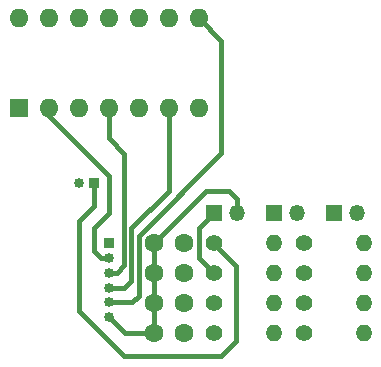
<source format=gbl>
G04 #@! TF.FileFunction,Copper,L2,Bot,Signal*
%FSLAX46Y46*%
G04 Gerber Fmt 4.6, Leading zero omitted, Abs format (unit mm)*
G04 Created by KiCad (PCBNEW 4.0.7) date 06/26/19 20:58:35*
%MOMM*%
%LPD*%
G01*
G04 APERTURE LIST*
%ADD10C,0.100000*%
%ADD11C,1.400000*%
%ADD12O,1.400000X1.400000*%
%ADD13R,1.600000X1.600000*%
%ADD14O,1.600000X1.600000*%
%ADD15R,0.850000X0.850000*%
%ADD16C,0.850000*%
%ADD17C,1.600000*%
%ADD18R,1.350000X1.350000*%
%ADD19O,1.350000X1.350000*%
%ADD20C,0.406400*%
G04 APERTURE END LIST*
D10*
D11*
X250738000Y-113665000D03*
D12*
X255818000Y-113665000D03*
D13*
X226568000Y-102235000D03*
D14*
X241808000Y-94615000D03*
X229108000Y-102235000D03*
X239268000Y-94615000D03*
X231648000Y-102235000D03*
X236728000Y-94615000D03*
X234188000Y-102235000D03*
X234188000Y-94615000D03*
X236728000Y-102235000D03*
X231648000Y-94615000D03*
X239268000Y-102235000D03*
X229108000Y-94615000D03*
X241808000Y-102235000D03*
X226568000Y-94615000D03*
D15*
X234188000Y-113665000D03*
D16*
X234188000Y-114915000D03*
X234188000Y-116165000D03*
X234188000Y-117415000D03*
X234188000Y-118665000D03*
X234188000Y-119915000D03*
D11*
X250738000Y-116205000D03*
D12*
X255818000Y-116205000D03*
D11*
X250738000Y-121285000D03*
D12*
X255818000Y-121285000D03*
D11*
X250738000Y-118745000D03*
D12*
X255818000Y-118745000D03*
D11*
X243118000Y-116205000D03*
D12*
X248198000Y-116205000D03*
D11*
X243118000Y-118745000D03*
D12*
X248198000Y-118745000D03*
D11*
X243118000Y-121285000D03*
D12*
X248198000Y-121285000D03*
D17*
X240538000Y-121285000D03*
X238038000Y-121285000D03*
X240538000Y-118745000D03*
X238038000Y-118745000D03*
X240538000Y-116205000D03*
X238038000Y-116205000D03*
X240538000Y-113665000D03*
X238038000Y-113665000D03*
D11*
X243118000Y-113665000D03*
D12*
X248198000Y-113665000D03*
D18*
X248158000Y-111125000D03*
D19*
X250158000Y-111125000D03*
D18*
X253238000Y-111125000D03*
D19*
X255238000Y-111125000D03*
D18*
X243078000Y-111125000D03*
D19*
X245078000Y-111125000D03*
D15*
X232918000Y-108585000D03*
D16*
X231668000Y-108585000D03*
D20*
X238038000Y-113665000D02*
X238038000Y-113625000D01*
X238038000Y-113625000D02*
X242443000Y-109220000D01*
X245078000Y-109950000D02*
X245078000Y-111125000D01*
X244348000Y-109220000D02*
X245078000Y-109950000D01*
X242443000Y-109220000D02*
X244348000Y-109220000D01*
X238038000Y-121285000D02*
X235558000Y-121285000D01*
X235558000Y-121285000D02*
X234188000Y-119915000D01*
X238038000Y-118745000D02*
X238038000Y-121285000D01*
X238038000Y-116205000D02*
X238038000Y-118745000D01*
X238038000Y-113665000D02*
X238038000Y-116205000D01*
X234188000Y-114915000D02*
X233533000Y-114915000D01*
X234188000Y-107950000D02*
X229108000Y-102870000D01*
X234188000Y-111125000D02*
X234188000Y-107950000D01*
X232918000Y-112395000D02*
X234188000Y-111125000D01*
X232918000Y-114300000D02*
X232918000Y-112395000D01*
X233533000Y-114915000D02*
X232918000Y-114300000D01*
X229108000Y-102870000D02*
X229108000Y-102235000D01*
X243118000Y-116205000D02*
X243078000Y-116205000D01*
X243078000Y-116205000D02*
X241808000Y-114935000D01*
X241808000Y-114935000D02*
X241808000Y-112395000D01*
X241808000Y-112395000D02*
X243078000Y-111125000D01*
X243118000Y-113665000D02*
X243118000Y-113705000D01*
X243118000Y-113705000D02*
X244983000Y-115570000D01*
X244983000Y-115570000D02*
X244983000Y-121920000D01*
X244983000Y-121920000D02*
X243713000Y-123190000D01*
X243713000Y-123190000D02*
X235458000Y-123190000D01*
X235458000Y-123190000D02*
X231648000Y-119380000D01*
X231648000Y-119380000D02*
X231648000Y-111760000D01*
X231648000Y-111760000D02*
X232918000Y-110490000D01*
X232918000Y-110490000D02*
X232918000Y-108585000D01*
X234188000Y-116165000D02*
X234863000Y-116165000D01*
X234188000Y-104775000D02*
X234188000Y-102235000D01*
X235515196Y-106102196D02*
X234188000Y-104775000D01*
X235515196Y-115512804D02*
X235515196Y-106102196D01*
X234863000Y-116165000D02*
X235515196Y-115512804D01*
X234188000Y-117415000D02*
X235518000Y-117415000D01*
X239268000Y-109220000D02*
X239268000Y-102235000D01*
X236121598Y-112366402D02*
X239268000Y-109220000D01*
X236121598Y-116811402D02*
X236121598Y-112366402D01*
X235518000Y-117415000D02*
X236121598Y-116811402D01*
X234188000Y-118665000D02*
X236173000Y-118665000D01*
X243713000Y-96520000D02*
X241808000Y-94615000D01*
X243713000Y-106045000D02*
X243713000Y-96520000D01*
X236728000Y-113030000D02*
X243713000Y-106045000D01*
X236728000Y-118110000D02*
X236728000Y-113030000D01*
X236173000Y-118665000D02*
X236728000Y-118110000D01*
M02*

</source>
